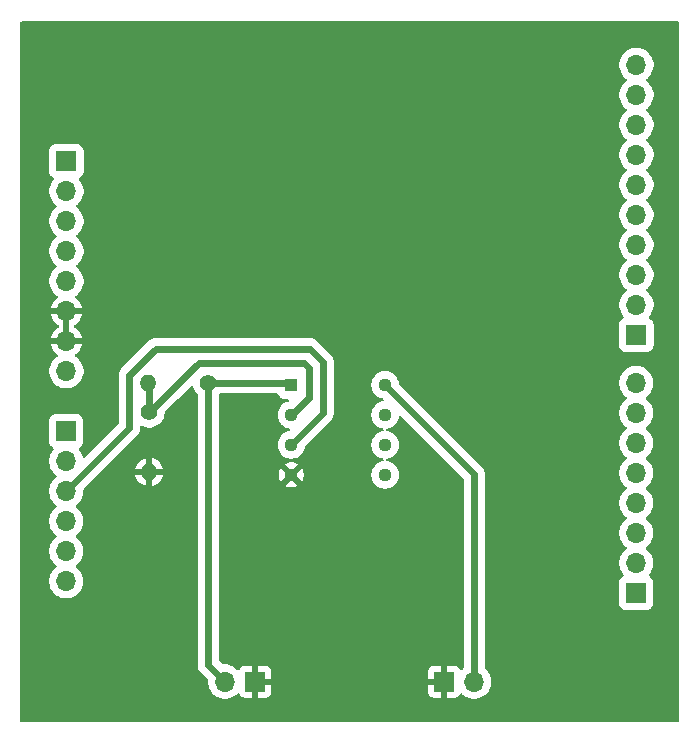
<source format=gbr>
%TF.GenerationSoftware,KiCad,Pcbnew,9.0.0*%
%TF.CreationDate,2025-03-04T19:19:51+01:00*%
%TF.ProjectId,ProgrammingBoard,50726f67-7261-46d6-9d69-6e67426f6172,rev?*%
%TF.SameCoordinates,Original*%
%TF.FileFunction,Copper,L2,Bot*%
%TF.FilePolarity,Positive*%
%FSLAX46Y46*%
G04 Gerber Fmt 4.6, Leading zero omitted, Abs format (unit mm)*
G04 Created by KiCad (PCBNEW 9.0.0) date 2025-03-04 19:19:51*
%MOMM*%
%LPD*%
G01*
G04 APERTURE LIST*
%TA.AperFunction,ComponentPad*%
%ADD10R,1.130000X1.130000*%
%TD*%
%TA.AperFunction,ComponentPad*%
%ADD11C,1.130000*%
%TD*%
%TA.AperFunction,ComponentPad*%
%ADD12C,1.400000*%
%TD*%
%TA.AperFunction,ComponentPad*%
%ADD13O,1.400000X1.400000*%
%TD*%
%TA.AperFunction,ComponentPad*%
%ADD14R,1.700000X1.700000*%
%TD*%
%TA.AperFunction,ComponentPad*%
%ADD15O,1.700000X1.700000*%
%TD*%
%TA.AperFunction,Conductor*%
%ADD16C,0.600000*%
%TD*%
G04 APERTURE END LIST*
D10*
%TO.P,U1,1*%
%TO.N,Net-(J2-Pin_2)*%
X172060000Y-105880000D03*
D11*
%TO.P,U1,2,-*%
%TO.N,Net-(U1A--)*%
X172060000Y-108420000D03*
%TO.P,U1,3,+*%
%TO.N,Analog OUT*%
X172060000Y-110960000D03*
%TO.P,U1,4,V-*%
%TO.N,GND*%
X172060000Y-113500000D03*
%TO.P,U1,5*%
%TO.N,N/C*%
X180000000Y-113500000D03*
%TO.P,U1,6*%
X180000000Y-110960000D03*
%TO.P,U1,7*%
X180000000Y-108420000D03*
%TO.P,U1,8,V+*%
%TO.N,Net-(J1-Pin_2)*%
X180000000Y-105880000D03*
%TD*%
D12*
%TO.P,R2,1*%
%TO.N,Net-(J2-Pin_2)*%
X165030000Y-105690000D03*
D13*
%TO.P,R2,2*%
%TO.N,Net-(U1A--)*%
X159950000Y-105690000D03*
%TD*%
D12*
%TO.P,R1,1*%
%TO.N,Net-(U1A--)*%
X160030000Y-108190000D03*
D13*
%TO.P,R1,2*%
%TO.N,GND*%
X160030000Y-113270000D03*
%TD*%
D14*
%TO.P,J6,1,Pin_1*%
%TO.N,unconnected-(J6-Pin_1-Pad1)*%
X153010000Y-86940000D03*
D15*
%TO.P,J6,2,Pin_2*%
%TO.N,unconnected-(J6-Pin_2-Pad2)*%
X153010000Y-89480000D03*
%TO.P,J6,3,Pin_3*%
%TO.N,unconnected-(J6-Pin_3-Pad3)*%
X153010000Y-92020000D03*
%TO.P,J6,4,Pin_4*%
%TO.N,unconnected-(J6-Pin_4-Pad4)*%
X153010000Y-94560000D03*
%TO.P,J6,5,Pin_5*%
%TO.N,unconnected-(J6-Pin_5-Pad5)*%
X153010000Y-97100000D03*
%TO.P,J6,6,Pin_6*%
%TO.N,GND*%
X153010000Y-99640000D03*
%TO.P,J6,7,Pin_7*%
X153010000Y-102180000D03*
%TO.P,J6,8,Pin_8*%
%TO.N,unconnected-(J6-Pin_8-Pad8)*%
X153010000Y-104720000D03*
%TD*%
D14*
%TO.P,J5,1,Pin_1*%
%TO.N,unconnected-(J5-Pin_1-Pad1)*%
X153000000Y-109800000D03*
D15*
%TO.P,J5,2,Pin_2*%
%TO.N,unconnected-(J5-Pin_2-Pad2)*%
X153000000Y-112340000D03*
%TO.P,J5,3,Pin_3*%
%TO.N,Analog OUT*%
X153000000Y-114880000D03*
%TO.P,J5,4,Pin_4*%
%TO.N,unconnected-(J5-Pin_4-Pad4)*%
X153000000Y-117420000D03*
%TO.P,J5,5,Pin_5*%
%TO.N,unconnected-(J5-Pin_5-Pad5)*%
X153000000Y-119960000D03*
%TO.P,J5,6,Pin_6*%
%TO.N,unconnected-(J5-Pin_6-Pad6)*%
X153000000Y-122500000D03*
%TD*%
D14*
%TO.P,J4,1,Pin_1*%
%TO.N,unconnected-(J4-Pin_1-Pad1)*%
X201270000Y-101640000D03*
D15*
%TO.P,J4,2,Pin_2*%
%TO.N,unconnected-(J4-Pin_2-Pad2)*%
X201270000Y-99100000D03*
%TO.P,J4,3,Pin_3*%
%TO.N,unconnected-(J4-Pin_3-Pad3)*%
X201270000Y-96560000D03*
%TO.P,J4,4,Pin_4*%
%TO.N,unconnected-(J4-Pin_4-Pad4)*%
X201270000Y-94020000D03*
%TO.P,J4,5,Pin_5*%
%TO.N,unconnected-(J4-Pin_5-Pad5)*%
X201270000Y-91480000D03*
%TO.P,J4,6,Pin_6*%
%TO.N,unconnected-(J4-Pin_6-Pad6)*%
X201270000Y-88940000D03*
%TO.P,J4,7,Pin_7*%
%TO.N,unconnected-(J4-Pin_7-Pad7)*%
X201270000Y-86400000D03*
%TO.P,J4,8,Pin_8*%
%TO.N,unconnected-(J4-Pin_8-Pad8)*%
X201270000Y-83860000D03*
%TO.P,J4,9,Pin_9*%
%TO.N,unconnected-(J4-Pin_9-Pad9)*%
X201270000Y-81320000D03*
%TO.P,J4,10,Pin_10*%
%TO.N,unconnected-(J4-Pin_10-Pad10)*%
X201270000Y-78780000D03*
%TD*%
D14*
%TO.P,J3,1,Pin_1*%
%TO.N,unconnected-(J3-Pin_1-Pad1)*%
X201260000Y-123480000D03*
D15*
%TO.P,J3,2,Pin_2*%
%TO.N,unconnected-(J3-Pin_2-Pad2)*%
X201260000Y-120940000D03*
%TO.P,J3,3,Pin_3*%
%TO.N,unconnected-(J3-Pin_3-Pad3)*%
X201260000Y-118400000D03*
%TO.P,J3,4,Pin_4*%
%TO.N,unconnected-(J3-Pin_4-Pad4)*%
X201260000Y-115860000D03*
%TO.P,J3,5,Pin_5*%
%TO.N,unconnected-(J3-Pin_5-Pad5)*%
X201260000Y-113320000D03*
%TO.P,J3,6,Pin_6*%
%TO.N,unconnected-(J3-Pin_6-Pad6)*%
X201260000Y-110780000D03*
%TO.P,J3,7,Pin_7*%
%TO.N,unconnected-(J3-Pin_7-Pad7)*%
X201260000Y-108240000D03*
%TO.P,J3,8,Pin_8*%
%TO.N,unconnected-(J3-Pin_8-Pad8)*%
X201260000Y-105700000D03*
%TD*%
D14*
%TO.P,J2,1,Pin_1*%
%TO.N,GND*%
X169000000Y-131000000D03*
D15*
%TO.P,J2,2,Pin_2*%
%TO.N,Net-(J2-Pin_2)*%
X166460000Y-131000000D03*
%TD*%
D14*
%TO.P,J1,1,Pin_1*%
%TO.N,GND*%
X185000000Y-131000000D03*
D15*
%TO.P,J1,2,Pin_2*%
%TO.N,Net-(J1-Pin_2)*%
X187540000Y-131000000D03*
%TD*%
D16*
%TO.N,Net-(J2-Pin_2)*%
X165030000Y-129570000D02*
X166460000Y-131000000D01*
X165030000Y-105690000D02*
X171870000Y-105690000D01*
X165030000Y-105690000D02*
X165030000Y-129570000D01*
%TO.N,Net-(U1A--)*%
X160030000Y-108190000D02*
X164220000Y-104000000D01*
X173526000Y-104414000D02*
X173526000Y-106954000D01*
X173526000Y-106954000D02*
X172060000Y-108420000D01*
X164220000Y-104000000D02*
X173112000Y-104000000D01*
X160030000Y-108190000D02*
X160030000Y-105770000D01*
X173112000Y-104000000D02*
X173526000Y-104414000D01*
%TO.N,Analog OUT*%
X174727000Y-108293000D02*
X174727000Y-103916530D01*
X172060000Y-110960000D02*
X174727000Y-108293000D01*
X174727000Y-103916530D02*
X173609470Y-102799000D01*
X158349000Y-109531000D02*
X153000000Y-114880000D01*
X160576844Y-102799000D02*
X158349000Y-105026844D01*
X173609470Y-102799000D02*
X160576844Y-102799000D01*
%TO.N,Net-(J1-Pin_2)*%
X180000000Y-105880000D02*
X187540000Y-113420000D01*
%TO.N,Analog OUT*%
X158349000Y-105026844D02*
X158349000Y-109531000D01*
%TO.N,Net-(J1-Pin_2)*%
X187540000Y-113420000D02*
X187540000Y-131000000D01*
%TO.N,Net-(J2-Pin_2)*%
X171870000Y-105690000D02*
X172060000Y-105880000D01*
%TO.N,Net-(U1A--)*%
X160030000Y-105770000D02*
X159950000Y-105690000D01*
%TD*%
%TA.AperFunction,Conductor*%
%TO.N,GND*%
G36*
X153260000Y-101746988D02*
G01*
X153202993Y-101714075D01*
X153075826Y-101680000D01*
X152944174Y-101680000D01*
X152817007Y-101714075D01*
X152760000Y-101746988D01*
X152760000Y-100073012D01*
X152817007Y-100105925D01*
X152944174Y-100140000D01*
X153075826Y-100140000D01*
X153202993Y-100105925D01*
X153260000Y-100073012D01*
X153260000Y-101746988D01*
G37*
%TD.AperFunction*%
%TA.AperFunction,Conductor*%
G36*
X204842539Y-75120185D02*
G01*
X204888294Y-75172989D01*
X204899500Y-75224500D01*
X204899500Y-134275500D01*
X204879815Y-134342539D01*
X204827011Y-134388294D01*
X204775500Y-134399500D01*
X149224500Y-134399500D01*
X149157461Y-134379815D01*
X149111706Y-134327011D01*
X149100500Y-134275500D01*
X149100500Y-108910645D01*
X151549500Y-108910645D01*
X151549500Y-110689363D01*
X151564953Y-110806753D01*
X151564956Y-110806762D01*
X151625464Y-110952841D01*
X151721718Y-111078282D01*
X151847159Y-111174536D01*
X151847160Y-111174536D01*
X151847161Y-111174537D01*
X151864495Y-111181717D01*
X151918899Y-111225558D01*
X151940964Y-111291852D01*
X151923685Y-111359551D01*
X151904727Y-111383956D01*
X151893622Y-111395061D01*
X151759421Y-111579771D01*
X151655770Y-111783196D01*
X151585215Y-112000339D01*
X151549500Y-112225837D01*
X151549500Y-112454162D01*
X151585215Y-112679660D01*
X151655770Y-112896803D01*
X151759421Y-113100228D01*
X151893621Y-113284937D01*
X152055063Y-113446379D01*
X152055069Y-113446383D01*
X152142191Y-113509683D01*
X152184857Y-113565013D01*
X152190835Y-113634627D01*
X152158228Y-113696421D01*
X152142191Y-113710317D01*
X152055069Y-113773616D01*
X152055060Y-113773623D01*
X151893622Y-113935061D01*
X151759421Y-114119771D01*
X151655770Y-114323196D01*
X151585215Y-114540339D01*
X151549500Y-114765837D01*
X151549500Y-114994162D01*
X151585215Y-115219660D01*
X151655770Y-115436803D01*
X151698335Y-115520340D01*
X151759421Y-115640228D01*
X151893621Y-115824937D01*
X152055063Y-115986379D01*
X152055069Y-115986383D01*
X152142191Y-116049683D01*
X152184857Y-116105013D01*
X152190835Y-116174627D01*
X152158228Y-116236421D01*
X152142191Y-116250317D01*
X152055069Y-116313616D01*
X152055060Y-116313623D01*
X151893622Y-116475061D01*
X151759421Y-116659771D01*
X151655770Y-116863196D01*
X151585215Y-117080339D01*
X151549500Y-117305837D01*
X151549500Y-117534162D01*
X151585215Y-117759660D01*
X151655770Y-117976803D01*
X151698335Y-118060340D01*
X151759421Y-118180228D01*
X151893621Y-118364937D01*
X152055063Y-118526379D01*
X152055069Y-118526383D01*
X152142191Y-118589683D01*
X152184857Y-118645013D01*
X152190835Y-118714627D01*
X152158228Y-118776421D01*
X152142191Y-118790317D01*
X152055069Y-118853616D01*
X152055060Y-118853623D01*
X151893622Y-119015061D01*
X151759421Y-119199771D01*
X151655770Y-119403196D01*
X151585215Y-119620339D01*
X151549500Y-119845837D01*
X151549500Y-120074162D01*
X151585215Y-120299660D01*
X151655770Y-120516803D01*
X151698335Y-120600340D01*
X151759421Y-120720228D01*
X151893621Y-120904937D01*
X152055063Y-121066379D01*
X152055069Y-121066383D01*
X152142191Y-121129683D01*
X152184857Y-121185013D01*
X152190835Y-121254627D01*
X152158228Y-121316421D01*
X152142191Y-121330317D01*
X152055069Y-121393616D01*
X152055060Y-121393623D01*
X151893622Y-121555061D01*
X151759421Y-121739771D01*
X151655770Y-121943196D01*
X151585215Y-122160339D01*
X151549500Y-122385837D01*
X151549500Y-122614162D01*
X151585215Y-122839660D01*
X151655770Y-123056803D01*
X151759421Y-123260228D01*
X151893621Y-123444937D01*
X152055063Y-123606379D01*
X152239772Y-123740579D01*
X152335884Y-123789550D01*
X152443196Y-123844229D01*
X152443198Y-123844229D01*
X152443201Y-123844231D01*
X152559592Y-123882049D01*
X152660339Y-123914784D01*
X152885838Y-123950500D01*
X152885843Y-123950500D01*
X153114162Y-123950500D01*
X153339660Y-123914784D01*
X153556799Y-123844231D01*
X153760228Y-123740579D01*
X153944937Y-123606379D01*
X154106379Y-123444937D01*
X154240579Y-123260228D01*
X154344231Y-123056799D01*
X154414784Y-122839660D01*
X154450500Y-122614162D01*
X154450500Y-122385837D01*
X154414784Y-122160339D01*
X154371477Y-122027055D01*
X154344231Y-121943201D01*
X154344229Y-121943198D01*
X154344229Y-121943196D01*
X154240578Y-121739771D01*
X154211848Y-121700228D01*
X154106379Y-121555063D01*
X153944937Y-121393621D01*
X153857807Y-121330317D01*
X153815143Y-121274988D01*
X153809164Y-121205374D01*
X153841770Y-121143579D01*
X153857807Y-121129683D01*
X153944937Y-121066379D01*
X154106379Y-120904937D01*
X154240579Y-120720228D01*
X154344231Y-120516799D01*
X154414784Y-120299660D01*
X154450500Y-120074162D01*
X154450500Y-119845837D01*
X154414784Y-119620339D01*
X154344229Y-119403196D01*
X154240578Y-119199771D01*
X154211848Y-119160228D01*
X154106379Y-119015063D01*
X153944937Y-118853621D01*
X153857807Y-118790317D01*
X153815143Y-118734988D01*
X153809164Y-118665374D01*
X153841770Y-118603579D01*
X153857807Y-118589683D01*
X153944937Y-118526379D01*
X154106379Y-118364937D01*
X154240579Y-118180228D01*
X154344231Y-117976799D01*
X154414784Y-117759660D01*
X154450500Y-117534162D01*
X154450500Y-117305837D01*
X154414784Y-117080339D01*
X154344229Y-116863196D01*
X154240578Y-116659771D01*
X154211848Y-116620228D01*
X154106379Y-116475063D01*
X153944937Y-116313621D01*
X153857807Y-116250317D01*
X153815143Y-116194988D01*
X153809164Y-116125374D01*
X153841770Y-116063579D01*
X153857807Y-116049683D01*
X153944937Y-115986379D01*
X154106379Y-115824937D01*
X154240579Y-115640228D01*
X154344231Y-115436799D01*
X154414784Y-115219660D01*
X154450500Y-114994162D01*
X154450500Y-114765854D01*
X154450500Y-114765843D01*
X154450498Y-114765832D01*
X154450400Y-114764586D01*
X154450500Y-114764109D01*
X154450500Y-114760971D01*
X154451159Y-114760971D01*
X154464756Y-114696207D01*
X154486333Y-114667165D01*
X155633498Y-113520000D01*
X158854638Y-113520000D01*
X158859548Y-113551002D01*
X158917914Y-113730637D01*
X159003670Y-113898940D01*
X159114685Y-114051741D01*
X159114689Y-114051746D01*
X159248253Y-114185310D01*
X159248258Y-114185314D01*
X159401059Y-114296329D01*
X159569362Y-114382085D01*
X159748997Y-114440451D01*
X159780000Y-114445362D01*
X159780000Y-114445361D01*
X160280000Y-114445361D01*
X160311002Y-114440451D01*
X160490637Y-114382085D01*
X160658940Y-114296329D01*
X160811741Y-114185314D01*
X160811746Y-114185310D01*
X160945310Y-114051746D01*
X160945314Y-114051741D01*
X161056329Y-113898940D01*
X161142085Y-113730637D01*
X161200451Y-113551002D01*
X161205362Y-113520000D01*
X160280000Y-113520000D01*
X160280000Y-114445361D01*
X159780000Y-114445361D01*
X159780000Y-113520000D01*
X158854638Y-113520000D01*
X155633498Y-113520000D01*
X155929576Y-113223922D01*
X159680000Y-113223922D01*
X159680000Y-113316078D01*
X159703852Y-113405095D01*
X159749930Y-113484905D01*
X159815095Y-113550070D01*
X159894905Y-113596148D01*
X159983922Y-113620000D01*
X160076078Y-113620000D01*
X160165095Y-113596148D01*
X160244905Y-113550070D01*
X160310070Y-113484905D01*
X160356148Y-113405095D01*
X160380000Y-113316078D01*
X160380000Y-113223922D01*
X160356148Y-113134905D01*
X160310070Y-113055095D01*
X160274975Y-113020000D01*
X160280000Y-113020000D01*
X161205362Y-113020000D01*
X161200451Y-112988997D01*
X161142085Y-112809362D01*
X161056329Y-112641059D01*
X160945314Y-112488258D01*
X160945310Y-112488253D01*
X160811746Y-112354689D01*
X160811741Y-112354685D01*
X160658940Y-112243670D01*
X160490635Y-112157913D01*
X160311004Y-112099549D01*
X160310995Y-112099547D01*
X160280000Y-112094637D01*
X160280000Y-113020000D01*
X160274975Y-113020000D01*
X160244905Y-112989930D01*
X160165095Y-112943852D01*
X160076078Y-112920000D01*
X159983922Y-112920000D01*
X159894905Y-112943852D01*
X159815095Y-112989930D01*
X159749930Y-113055095D01*
X159703852Y-113134905D01*
X159680000Y-113223922D01*
X155929576Y-113223922D01*
X156133498Y-113020000D01*
X158854638Y-113020000D01*
X159780000Y-113020000D01*
X159780000Y-112094637D01*
X159779999Y-112094637D01*
X159749004Y-112099547D01*
X159748995Y-112099549D01*
X159569364Y-112157913D01*
X159401059Y-112243670D01*
X159248258Y-112354685D01*
X159248253Y-112354689D01*
X159114689Y-112488253D01*
X159114685Y-112488258D01*
X159003670Y-112641059D01*
X158917914Y-112809362D01*
X158859548Y-112988997D01*
X158854638Y-113020000D01*
X156133498Y-113020000D01*
X159048463Y-110105036D01*
X159048464Y-110105035D01*
X159147013Y-109957547D01*
X159214894Y-109793666D01*
X159217107Y-109782544D01*
X159249499Y-109619695D01*
X159249500Y-109619693D01*
X159249500Y-109454249D01*
X159269185Y-109387210D01*
X159321989Y-109341455D01*
X159391147Y-109331511D01*
X159429793Y-109343764D01*
X159476769Y-109367699D01*
X159530774Y-109395217D01*
X159530777Y-109395217D01*
X159530781Y-109395220D01*
X159665245Y-109438910D01*
X159725465Y-109458477D01*
X159826557Y-109474488D01*
X159927648Y-109490500D01*
X159927649Y-109490500D01*
X160132351Y-109490500D01*
X160132352Y-109490500D01*
X160334534Y-109458477D01*
X160529219Y-109395220D01*
X160711610Y-109302287D01*
X160860218Y-109194318D01*
X160877213Y-109181971D01*
X160877215Y-109181968D01*
X160877219Y-109181966D01*
X161021966Y-109037219D01*
X161021968Y-109037215D01*
X161021971Y-109037213D01*
X161074732Y-108964590D01*
X161142287Y-108871610D01*
X161235220Y-108689219D01*
X161298477Y-108494534D01*
X161330500Y-108292352D01*
X161330500Y-108214362D01*
X161350185Y-108147323D01*
X161366819Y-108126681D01*
X162451063Y-107042437D01*
X163554127Y-105939372D01*
X163615448Y-105905889D01*
X163685140Y-105910873D01*
X163741073Y-105952745D01*
X163758731Y-105990317D01*
X163760017Y-105989900D01*
X163824781Y-106189223D01*
X163917715Y-106371613D01*
X164038028Y-106537213D01*
X164093181Y-106592366D01*
X164126666Y-106653689D01*
X164129500Y-106680047D01*
X164129500Y-129658696D01*
X164164103Y-129832658D01*
X164164105Y-129832666D01*
X164187429Y-129888976D01*
X164187433Y-129888985D01*
X164189354Y-129893621D01*
X164231987Y-129996547D01*
X164273562Y-130058768D01*
X164313340Y-130118301D01*
X164330537Y-130144038D01*
X164330538Y-130144039D01*
X164973662Y-130787162D01*
X165007147Y-130848485D01*
X165009358Y-130880971D01*
X165009500Y-130880971D01*
X165009500Y-130883061D01*
X165009601Y-130884546D01*
X165009500Y-130885832D01*
X165009500Y-131114162D01*
X165045215Y-131339660D01*
X165115770Y-131556803D01*
X165219421Y-131760228D01*
X165353621Y-131944937D01*
X165515063Y-132106379D01*
X165699772Y-132240579D01*
X165795884Y-132289550D01*
X165903196Y-132344229D01*
X165903198Y-132344229D01*
X165903201Y-132344231D01*
X166019592Y-132382049D01*
X166120339Y-132414784D01*
X166345838Y-132450500D01*
X166345843Y-132450500D01*
X166574162Y-132450500D01*
X166799660Y-132414784D01*
X167016799Y-132344231D01*
X167220228Y-132240579D01*
X167404937Y-132106379D01*
X167492135Y-132019180D01*
X167553454Y-131985698D01*
X167623146Y-131990682D01*
X167679080Y-132032553D01*
X167695995Y-132063531D01*
X167706645Y-132092086D01*
X167706649Y-132092093D01*
X167792809Y-132207187D01*
X167792812Y-132207190D01*
X167907906Y-132293350D01*
X167907913Y-132293354D01*
X168042620Y-132343596D01*
X168042627Y-132343598D01*
X168102155Y-132349999D01*
X168102172Y-132350000D01*
X168750000Y-132350000D01*
X168750000Y-131433012D01*
X168807007Y-131465925D01*
X168934174Y-131500000D01*
X169065826Y-131500000D01*
X169192993Y-131465925D01*
X169250000Y-131433012D01*
X169250000Y-132350000D01*
X169897828Y-132350000D01*
X169897844Y-132349999D01*
X169957372Y-132343598D01*
X169957379Y-132343596D01*
X170092086Y-132293354D01*
X170092093Y-132293350D01*
X170207187Y-132207190D01*
X170207190Y-132207187D01*
X170293350Y-132092093D01*
X170293354Y-132092086D01*
X170343596Y-131957379D01*
X170343598Y-131957372D01*
X170349999Y-131897844D01*
X170350000Y-131897827D01*
X170350000Y-131250000D01*
X169433012Y-131250000D01*
X169465925Y-131192993D01*
X169500000Y-131065826D01*
X169500000Y-130934174D01*
X169465925Y-130807007D01*
X169433012Y-130750000D01*
X170350000Y-130750000D01*
X170350000Y-130102172D01*
X170349999Y-130102155D01*
X170343598Y-130042627D01*
X170343596Y-130042620D01*
X170293354Y-129907913D01*
X170293350Y-129907906D01*
X170207190Y-129792812D01*
X170207187Y-129792809D01*
X170092093Y-129706649D01*
X170092086Y-129706645D01*
X169957379Y-129656403D01*
X169957372Y-129656401D01*
X169897844Y-129650000D01*
X169250000Y-129650000D01*
X169250000Y-130566988D01*
X169192993Y-130534075D01*
X169065826Y-130500000D01*
X168934174Y-130500000D01*
X168807007Y-130534075D01*
X168750000Y-130566988D01*
X168750000Y-129650000D01*
X168102155Y-129650000D01*
X168042627Y-129656401D01*
X168042620Y-129656403D01*
X167907913Y-129706645D01*
X167907906Y-129706649D01*
X167792812Y-129792809D01*
X167792809Y-129792812D01*
X167706649Y-129907906D01*
X167706643Y-129907918D01*
X167695994Y-129936469D01*
X167654123Y-129992403D01*
X167588658Y-130016819D01*
X167520385Y-130001967D01*
X167492132Y-129980816D01*
X167404939Y-129893623D01*
X167404938Y-129893622D01*
X167404937Y-129893621D01*
X167220228Y-129759421D01*
X167016803Y-129655770D01*
X166799660Y-129585215D01*
X166574162Y-129549500D01*
X166574157Y-129549500D01*
X166345843Y-129549500D01*
X166345833Y-129549500D01*
X166344546Y-129549601D01*
X166344066Y-129549500D01*
X166340971Y-129549500D01*
X166340971Y-129548849D01*
X166276172Y-129535223D01*
X166247162Y-129513662D01*
X165966819Y-129233319D01*
X165933334Y-129171996D01*
X165930500Y-129145638D01*
X165930500Y-113395102D01*
X170995000Y-113395102D01*
X170995000Y-113604897D01*
X171035925Y-113810641D01*
X171035927Y-113810649D01*
X171116207Y-114004464D01*
X171150563Y-114055882D01*
X171670000Y-113536445D01*
X171670000Y-113551344D01*
X171696578Y-113650534D01*
X171747923Y-113739465D01*
X171820535Y-113812077D01*
X171909466Y-113863422D01*
X172008656Y-113890000D01*
X172023553Y-113890000D01*
X171504116Y-114409434D01*
X171504117Y-114409435D01*
X171555528Y-114443788D01*
X171555534Y-114443791D01*
X171749350Y-114524072D01*
X171749358Y-114524074D01*
X171955102Y-114564999D01*
X171955106Y-114565000D01*
X172164894Y-114565000D01*
X172164897Y-114564999D01*
X172370641Y-114524074D01*
X172370649Y-114524072D01*
X172564465Y-114443791D01*
X172564473Y-114443787D01*
X172615881Y-114409435D01*
X172615882Y-114409434D01*
X172096448Y-113890000D01*
X172111344Y-113890000D01*
X172210534Y-113863422D01*
X172299465Y-113812077D01*
X172372077Y-113739465D01*
X172423422Y-113650534D01*
X172450000Y-113551344D01*
X172450000Y-113536448D01*
X172969434Y-114055882D01*
X172969435Y-114055881D01*
X173003787Y-114004473D01*
X173003791Y-114004465D01*
X173084072Y-113810649D01*
X173084074Y-113810641D01*
X173124999Y-113604897D01*
X173125000Y-113604894D01*
X173125000Y-113395106D01*
X173124999Y-113395102D01*
X173084074Y-113189358D01*
X173084072Y-113189350D01*
X173003791Y-112995534D01*
X173003788Y-112995528D01*
X172969435Y-112944117D01*
X172969434Y-112944116D01*
X172450000Y-113463551D01*
X172450000Y-113448656D01*
X172423422Y-113349466D01*
X172372077Y-113260535D01*
X172299465Y-113187923D01*
X172210534Y-113136578D01*
X172111344Y-113110000D01*
X172096447Y-113110000D01*
X172615882Y-112590563D01*
X172564464Y-112556207D01*
X172370649Y-112475927D01*
X172370641Y-112475925D01*
X172164897Y-112435000D01*
X171955102Y-112435000D01*
X171749358Y-112475925D01*
X171749350Y-112475927D01*
X171555535Y-112556207D01*
X171555532Y-112556209D01*
X171504117Y-112590564D01*
X172023554Y-113110000D01*
X172008656Y-113110000D01*
X171909466Y-113136578D01*
X171820535Y-113187923D01*
X171747923Y-113260535D01*
X171696578Y-113349466D01*
X171670000Y-113448656D01*
X171670000Y-113463553D01*
X171150564Y-112944117D01*
X171116209Y-112995532D01*
X171116207Y-112995535D01*
X171035927Y-113189350D01*
X171035925Y-113189358D01*
X170995000Y-113395102D01*
X165930500Y-113395102D01*
X165930500Y-106714500D01*
X165950185Y-106647461D01*
X166002989Y-106601706D01*
X166054500Y-106590500D01*
X170822437Y-106590500D01*
X170889476Y-106610185D01*
X170935231Y-106662989D01*
X170936997Y-106667045D01*
X170970464Y-106747841D01*
X171066718Y-106873282D01*
X171192159Y-106969536D01*
X171338238Y-107030044D01*
X171455639Y-107045500D01*
X171735736Y-107045499D01*
X171802773Y-107065183D01*
X171848528Y-107117987D01*
X171858472Y-107187146D01*
X171829447Y-107250701D01*
X171774053Y-107287430D01*
X171612598Y-107339890D01*
X171449141Y-107423177D01*
X171300734Y-107531000D01*
X171300729Y-107531004D01*
X171171004Y-107660729D01*
X171171000Y-107660734D01*
X171063177Y-107809141D01*
X170979890Y-107972600D01*
X170923197Y-108147081D01*
X170894500Y-108328267D01*
X170894500Y-108511732D01*
X170922612Y-108689223D01*
X170923198Y-108692922D01*
X170979889Y-108867397D01*
X171001922Y-108910640D01*
X171063177Y-109030858D01*
X171171000Y-109179265D01*
X171171004Y-109179270D01*
X171300729Y-109308995D01*
X171300734Y-109308999D01*
X171408383Y-109387210D01*
X171449145Y-109416825D01*
X171612603Y-109500111D01*
X171787078Y-109556802D01*
X171820431Y-109562084D01*
X171854791Y-109567527D01*
X171917926Y-109597456D01*
X171954857Y-109656768D01*
X171953859Y-109726630D01*
X171915249Y-109784863D01*
X171854791Y-109812473D01*
X171787081Y-109823197D01*
X171612600Y-109879890D01*
X171449143Y-109963176D01*
X171300734Y-110071000D01*
X171300729Y-110071004D01*
X171171004Y-110200729D01*
X171171000Y-110200734D01*
X171063177Y-110349141D01*
X170979890Y-110512600D01*
X170923197Y-110687081D01*
X170894500Y-110868267D01*
X170894500Y-111051732D01*
X170923197Y-111232918D01*
X170923198Y-111232922D01*
X170975881Y-111395063D01*
X170979890Y-111407399D01*
X171063177Y-111570858D01*
X171171000Y-111719265D01*
X171171004Y-111719270D01*
X171300729Y-111848995D01*
X171300734Y-111848999D01*
X171430183Y-111943048D01*
X171449145Y-111956825D01*
X171612603Y-112040111D01*
X171787078Y-112096802D01*
X171854794Y-112107527D01*
X171968268Y-112125500D01*
X171968273Y-112125500D01*
X172151732Y-112125500D01*
X172252390Y-112109556D01*
X172332922Y-112096802D01*
X172507397Y-112040111D01*
X172670855Y-111956825D01*
X172819272Y-111848994D01*
X172948994Y-111719272D01*
X173056825Y-111570855D01*
X173140111Y-111407397D01*
X173196802Y-111232922D01*
X173216135Y-111110852D01*
X173246062Y-111047721D01*
X173250908Y-111042590D01*
X175426464Y-108867035D01*
X175460038Y-108816788D01*
X175525013Y-108719547D01*
X175554997Y-108647159D01*
X175592895Y-108555666D01*
X175627500Y-108381691D01*
X175627500Y-108204308D01*
X175627500Y-105788267D01*
X178834500Y-105788267D01*
X178834500Y-105971732D01*
X178860325Y-106134784D01*
X178863198Y-106152922D01*
X178896951Y-106256803D01*
X178919890Y-106327399D01*
X179003177Y-106490858D01*
X179111000Y-106639265D01*
X179111004Y-106639270D01*
X179240729Y-106768995D01*
X179240734Y-106768999D01*
X179370183Y-106863048D01*
X179389145Y-106876825D01*
X179483719Y-106925013D01*
X179552598Y-106960109D01*
X179552600Y-106960109D01*
X179552603Y-106960111D01*
X179653382Y-106992856D01*
X179727071Y-107016800D01*
X179727072Y-107016800D01*
X179727078Y-107016802D01*
X179794795Y-107027526D01*
X179857926Y-107057454D01*
X179894858Y-107116765D01*
X179893862Y-107186628D01*
X179855253Y-107244861D01*
X179794794Y-107272472D01*
X179727080Y-107283197D01*
X179552600Y-107339890D01*
X179389141Y-107423177D01*
X179240734Y-107531000D01*
X179240729Y-107531004D01*
X179111004Y-107660729D01*
X179111000Y-107660734D01*
X179003177Y-107809141D01*
X178919890Y-107972600D01*
X178863197Y-108147081D01*
X178834500Y-108328267D01*
X178834500Y-108511732D01*
X178862612Y-108689223D01*
X178863198Y-108692922D01*
X178919889Y-108867397D01*
X178941922Y-108910640D01*
X179003177Y-109030858D01*
X179111000Y-109179265D01*
X179111004Y-109179270D01*
X179240729Y-109308995D01*
X179240734Y-109308999D01*
X179348383Y-109387210D01*
X179389145Y-109416825D01*
X179552603Y-109500111D01*
X179727078Y-109556802D01*
X179760431Y-109562084D01*
X179794791Y-109567527D01*
X179857926Y-109597456D01*
X179894857Y-109656768D01*
X179893859Y-109726630D01*
X179855249Y-109784863D01*
X179794791Y-109812473D01*
X179727081Y-109823197D01*
X179552600Y-109879890D01*
X179389143Y-109963176D01*
X179240734Y-110071000D01*
X179240729Y-110071004D01*
X179111004Y-110200729D01*
X179111000Y-110200734D01*
X179003177Y-110349141D01*
X178919890Y-110512600D01*
X178863197Y-110687081D01*
X178834500Y-110868267D01*
X178834500Y-111051732D01*
X178863197Y-111232918D01*
X178863198Y-111232922D01*
X178915881Y-111395063D01*
X178919890Y-111407399D01*
X179003177Y-111570858D01*
X179111000Y-111719265D01*
X179111004Y-111719270D01*
X179240729Y-111848995D01*
X179240734Y-111848999D01*
X179370183Y-111943048D01*
X179389145Y-111956825D01*
X179552603Y-112040111D01*
X179727078Y-112096802D01*
X179760431Y-112102084D01*
X179794791Y-112107527D01*
X179857926Y-112137456D01*
X179894857Y-112196768D01*
X179893859Y-112266630D01*
X179855249Y-112324863D01*
X179794791Y-112352473D01*
X179727081Y-112363197D01*
X179552600Y-112419890D01*
X179389141Y-112503177D01*
X179240734Y-112611000D01*
X179240729Y-112611004D01*
X179111004Y-112740729D01*
X179111000Y-112740734D01*
X179003177Y-112889141D01*
X178919890Y-113052600D01*
X178863197Y-113227081D01*
X178834500Y-113408267D01*
X178834500Y-113591732D01*
X178863197Y-113772918D01*
X178863198Y-113772922D01*
X178919889Y-113947397D01*
X178975164Y-114055881D01*
X179003177Y-114110858D01*
X179111000Y-114259265D01*
X179111004Y-114259270D01*
X179240729Y-114388995D01*
X179240734Y-114388999D01*
X179318312Y-114445362D01*
X179389145Y-114496825D01*
X179552603Y-114580111D01*
X179727078Y-114636802D01*
X179795026Y-114647563D01*
X179908268Y-114665500D01*
X179908273Y-114665500D01*
X180091732Y-114665500D01*
X180192390Y-114649556D01*
X180272922Y-114636802D01*
X180447397Y-114580111D01*
X180610855Y-114496825D01*
X180759272Y-114388994D01*
X180888994Y-114259272D01*
X180996825Y-114110855D01*
X181080111Y-113947397D01*
X181136802Y-113772922D01*
X181156186Y-113650534D01*
X181165500Y-113591732D01*
X181165500Y-113408267D01*
X181136802Y-113227081D01*
X181136802Y-113227078D01*
X181080111Y-113052603D01*
X180996825Y-112889145D01*
X180965453Y-112845965D01*
X180888999Y-112740734D01*
X180888995Y-112740729D01*
X180759270Y-112611004D01*
X180759265Y-112611000D01*
X180610858Y-112503177D01*
X180610857Y-112503176D01*
X180610855Y-112503175D01*
X180447397Y-112419889D01*
X180272922Y-112363198D01*
X180272920Y-112363197D01*
X180272918Y-112363197D01*
X180205208Y-112352473D01*
X180142073Y-112322544D01*
X180105142Y-112263232D01*
X180106140Y-112193370D01*
X180144750Y-112135137D01*
X180205208Y-112107527D01*
X180228451Y-112103845D01*
X180272922Y-112096802D01*
X180447397Y-112040111D01*
X180610855Y-111956825D01*
X180759272Y-111848994D01*
X180888994Y-111719272D01*
X180996825Y-111570855D01*
X181080111Y-111407397D01*
X181136802Y-111232922D01*
X181156135Y-111110857D01*
X181165500Y-111051732D01*
X181165500Y-110868267D01*
X181137165Y-110689370D01*
X181136802Y-110687078D01*
X181080111Y-110512603D01*
X180996825Y-110349145D01*
X180905318Y-110223196D01*
X180888999Y-110200734D01*
X180888995Y-110200729D01*
X180759270Y-110071004D01*
X180759265Y-110071000D01*
X180610857Y-109963176D01*
X180447399Y-109879890D01*
X180447398Y-109879889D01*
X180447397Y-109879889D01*
X180272922Y-109823198D01*
X180272920Y-109823197D01*
X180272918Y-109823197D01*
X180205208Y-109812473D01*
X180142073Y-109782544D01*
X180105142Y-109723232D01*
X180106140Y-109653370D01*
X180144750Y-109595137D01*
X180205208Y-109567527D01*
X180228451Y-109563845D01*
X180272922Y-109556802D01*
X180447397Y-109500111D01*
X180610855Y-109416825D01*
X180759272Y-109308994D01*
X180888994Y-109179272D01*
X180996825Y-109030855D01*
X181080111Y-108867397D01*
X181136802Y-108692922D01*
X181137389Y-108689219D01*
X181153781Y-108585719D01*
X181183710Y-108522584D01*
X181243021Y-108485652D01*
X181312884Y-108486650D01*
X181363935Y-108517435D01*
X186603181Y-113756680D01*
X186636666Y-113818003D01*
X186639500Y-113844361D01*
X186639500Y-129798503D01*
X186630794Y-129828148D01*
X186624118Y-129858320D01*
X186620705Y-129862508D01*
X186619815Y-129865542D01*
X186602866Y-129886498D01*
X186597406Y-129891917D01*
X186595063Y-129893621D01*
X186507868Y-129980816D01*
X186507552Y-129981130D01*
X186477043Y-129997647D01*
X186446543Y-130014301D01*
X186446313Y-130014284D01*
X186446109Y-130014395D01*
X186411577Y-130011800D01*
X186376852Y-130009317D01*
X186376665Y-130009177D01*
X186376436Y-130009160D01*
X186348831Y-129988340D01*
X186320918Y-129967445D01*
X186320773Y-129967179D01*
X186320653Y-129967089D01*
X186320505Y-129966690D01*
X186304004Y-129936467D01*
X186293355Y-129907915D01*
X186293350Y-129907906D01*
X186207190Y-129792812D01*
X186207187Y-129792809D01*
X186092093Y-129706649D01*
X186092086Y-129706645D01*
X185957379Y-129656403D01*
X185957372Y-129656401D01*
X185897844Y-129650000D01*
X185250000Y-129650000D01*
X185250000Y-130566988D01*
X185192993Y-130534075D01*
X185065826Y-130500000D01*
X184934174Y-130500000D01*
X184807007Y-130534075D01*
X184750000Y-130566988D01*
X184750000Y-129650000D01*
X184102155Y-129650000D01*
X184042627Y-129656401D01*
X184042620Y-129656403D01*
X183907913Y-129706645D01*
X183907906Y-129706649D01*
X183792812Y-129792809D01*
X183792809Y-129792812D01*
X183706649Y-129907906D01*
X183706645Y-129907913D01*
X183656403Y-130042620D01*
X183656401Y-130042627D01*
X183650000Y-130102155D01*
X183650000Y-130750000D01*
X184566988Y-130750000D01*
X184534075Y-130807007D01*
X184500000Y-130934174D01*
X184500000Y-131065826D01*
X184534075Y-131192993D01*
X184566988Y-131250000D01*
X183650000Y-131250000D01*
X183650000Y-131897844D01*
X183656401Y-131957372D01*
X183656403Y-131957379D01*
X183706645Y-132092086D01*
X183706649Y-132092093D01*
X183792809Y-132207187D01*
X183792812Y-132207190D01*
X183907906Y-132293350D01*
X183907913Y-132293354D01*
X184042620Y-132343596D01*
X184042627Y-132343598D01*
X184102155Y-132349999D01*
X184102172Y-132350000D01*
X184750000Y-132350000D01*
X184750000Y-131433012D01*
X184807007Y-131465925D01*
X184934174Y-131500000D01*
X185065826Y-131500000D01*
X185192993Y-131465925D01*
X185250000Y-131433012D01*
X185250000Y-132350000D01*
X185897828Y-132350000D01*
X185897844Y-132349999D01*
X185957372Y-132343598D01*
X185957379Y-132343596D01*
X186092086Y-132293354D01*
X186092093Y-132293350D01*
X186207187Y-132207190D01*
X186207190Y-132207187D01*
X186293350Y-132092093D01*
X186293353Y-132092088D01*
X186304003Y-132063533D01*
X186345873Y-132007599D01*
X186411337Y-131983180D01*
X186479610Y-131998030D01*
X186507867Y-132019183D01*
X186595063Y-132106379D01*
X186779772Y-132240579D01*
X186875884Y-132289550D01*
X186983196Y-132344229D01*
X186983198Y-132344229D01*
X186983201Y-132344231D01*
X187099592Y-132382049D01*
X187200339Y-132414784D01*
X187425838Y-132450500D01*
X187425843Y-132450500D01*
X187654162Y-132450500D01*
X187879660Y-132414784D01*
X188096799Y-132344231D01*
X188300228Y-132240579D01*
X188484937Y-132106379D01*
X188646379Y-131944937D01*
X188780579Y-131760228D01*
X188884231Y-131556799D01*
X188954784Y-131339660D01*
X188978014Y-131192993D01*
X188990500Y-131114162D01*
X188990500Y-130885837D01*
X188954784Y-130660339D01*
X188884229Y-130443196D01*
X188780578Y-130239771D01*
X188711024Y-130144039D01*
X188646379Y-130055063D01*
X188484937Y-129893621D01*
X188484935Y-129893620D01*
X188483958Y-129892785D01*
X188483689Y-129892373D01*
X188481492Y-129890176D01*
X188481953Y-129889714D01*
X188445771Y-129834273D01*
X188440500Y-129798503D01*
X188440500Y-113331306D01*
X188440499Y-113331304D01*
X188405896Y-113157341D01*
X188405893Y-113157332D01*
X188338016Y-112993459D01*
X188338009Y-112993446D01*
X188239465Y-112845966D01*
X188202861Y-112809362D01*
X188114035Y-112720536D01*
X181190926Y-105797426D01*
X181180760Y-105778809D01*
X181166621Y-105762992D01*
X181159403Y-105739696D01*
X181157441Y-105736103D01*
X181156162Y-105729317D01*
X181136802Y-105607078D01*
X181129900Y-105585837D01*
X199809500Y-105585837D01*
X199809500Y-105814162D01*
X199845215Y-106039660D01*
X199915770Y-106256803D01*
X200019421Y-106460228D01*
X200153621Y-106644937D01*
X200315063Y-106806379D01*
X200315069Y-106806383D01*
X200402191Y-106869683D01*
X200444857Y-106925013D01*
X200450835Y-106994627D01*
X200418228Y-107056421D01*
X200402191Y-107070317D01*
X200315069Y-107133616D01*
X200315060Y-107133623D01*
X200153622Y-107295061D01*
X200019421Y-107479771D01*
X199915770Y-107683196D01*
X199845215Y-107900339D01*
X199809500Y-108125837D01*
X199809500Y-108354162D01*
X199845215Y-108579660D01*
X199915770Y-108796803D01*
X199973776Y-108910645D01*
X200019421Y-109000228D01*
X200153621Y-109184937D01*
X200315063Y-109346379D01*
X200315069Y-109346383D01*
X200402191Y-109409683D01*
X200444857Y-109465013D01*
X200450835Y-109534627D01*
X200418228Y-109596421D01*
X200402191Y-109610317D01*
X200315069Y-109673616D01*
X200315060Y-109673623D01*
X200153622Y-109835061D01*
X200019421Y-110019771D01*
X199915770Y-110223196D01*
X199845215Y-110440339D01*
X199809500Y-110665837D01*
X199809500Y-110894162D01*
X199845215Y-111119660D01*
X199915770Y-111336803D01*
X199951740Y-111407397D01*
X200019421Y-111540228D01*
X200153621Y-111724937D01*
X200315063Y-111886379D01*
X200315069Y-111886383D01*
X200402191Y-111949683D01*
X200444857Y-112005013D01*
X200450835Y-112074627D01*
X200418228Y-112136421D01*
X200402191Y-112150317D01*
X200315069Y-112213616D01*
X200315060Y-112213623D01*
X200153622Y-112375061D01*
X200019421Y-112559771D01*
X199915770Y-112763196D01*
X199845215Y-112980339D01*
X199809500Y-113205837D01*
X199809500Y-113434162D01*
X199845215Y-113659660D01*
X199915770Y-113876803D01*
X200007016Y-114055882D01*
X200019421Y-114080228D01*
X200153621Y-114264937D01*
X200315063Y-114426379D01*
X200315069Y-114426383D01*
X200402191Y-114489683D01*
X200444857Y-114545013D01*
X200450835Y-114614627D01*
X200418228Y-114676421D01*
X200402191Y-114690317D01*
X200315069Y-114753616D01*
X200315060Y-114753623D01*
X200153622Y-114915061D01*
X200019421Y-115099771D01*
X199915770Y-115303196D01*
X199845215Y-115520339D01*
X199809500Y-115745837D01*
X199809500Y-115974162D01*
X199845215Y-116199660D01*
X199915770Y-116416803D01*
X200019421Y-116620228D01*
X200153621Y-116804937D01*
X200315063Y-116966379D01*
X200315069Y-116966383D01*
X200402191Y-117029683D01*
X200444857Y-117085013D01*
X200450835Y-117154627D01*
X200418228Y-117216421D01*
X200402191Y-117230317D01*
X200315069Y-117293616D01*
X200315060Y-117293623D01*
X200153622Y-117455061D01*
X200019421Y-117639771D01*
X199915770Y-117843196D01*
X199845215Y-118060339D01*
X199809500Y-118285837D01*
X199809500Y-118514162D01*
X199845215Y-118739660D01*
X199915770Y-118956803D01*
X200019421Y-119160228D01*
X200153621Y-119344937D01*
X200315063Y-119506379D01*
X200315069Y-119506383D01*
X200402191Y-119569683D01*
X200444857Y-119625013D01*
X200450835Y-119694627D01*
X200418228Y-119756421D01*
X200402191Y-119770317D01*
X200315069Y-119833616D01*
X200315060Y-119833623D01*
X200153622Y-119995061D01*
X200019421Y-120179771D01*
X199915770Y-120383196D01*
X199845215Y-120600339D01*
X199809500Y-120825837D01*
X199809500Y-121054162D01*
X199845215Y-121279660D01*
X199915770Y-121496803D01*
X200019421Y-121700228D01*
X200153622Y-121884938D01*
X200164724Y-121896040D01*
X200198209Y-121957363D01*
X200193225Y-122027055D01*
X200151353Y-122082988D01*
X200124499Y-122098281D01*
X200107160Y-122105463D01*
X199981718Y-122201718D01*
X199885463Y-122327160D01*
X199824956Y-122473237D01*
X199824955Y-122473239D01*
X199809501Y-122590629D01*
X199809501Y-122590636D01*
X199809500Y-122590645D01*
X199809500Y-124369363D01*
X199824953Y-124486753D01*
X199824956Y-124486762D01*
X199885464Y-124632841D01*
X199981718Y-124758282D01*
X200107159Y-124854536D01*
X200253238Y-124915044D01*
X200370639Y-124930500D01*
X202149360Y-124930499D01*
X202149363Y-124930499D01*
X202266753Y-124915046D01*
X202266757Y-124915044D01*
X202266762Y-124915044D01*
X202412841Y-124854536D01*
X202538282Y-124758282D01*
X202634536Y-124632841D01*
X202695044Y-124486762D01*
X202710500Y-124369361D01*
X202710499Y-122590640D01*
X202710499Y-122590639D01*
X202710499Y-122590636D01*
X202695046Y-122473246D01*
X202695044Y-122473239D01*
X202695044Y-122473238D01*
X202634536Y-122327159D01*
X202538282Y-122201718D01*
X202412841Y-122105464D01*
X202412839Y-122105463D01*
X202395501Y-122098281D01*
X202341099Y-122054438D01*
X202319036Y-121988143D01*
X202336317Y-121920444D01*
X202355279Y-121896037D01*
X202366374Y-121884942D01*
X202366374Y-121884941D01*
X202366379Y-121884937D01*
X202500579Y-121700228D01*
X202604231Y-121496799D01*
X202674784Y-121279660D01*
X202678749Y-121254627D01*
X202710500Y-121054162D01*
X202710500Y-120825837D01*
X202674784Y-120600339D01*
X202604229Y-120383196D01*
X202500578Y-120179771D01*
X202423848Y-120074162D01*
X202366379Y-119995063D01*
X202204937Y-119833621D01*
X202117807Y-119770317D01*
X202075143Y-119714988D01*
X202069164Y-119645374D01*
X202101770Y-119583579D01*
X202117807Y-119569683D01*
X202204937Y-119506379D01*
X202366379Y-119344937D01*
X202500579Y-119160228D01*
X202604231Y-118956799D01*
X202674784Y-118739660D01*
X202678749Y-118714627D01*
X202710500Y-118514162D01*
X202710500Y-118285837D01*
X202674784Y-118060339D01*
X202604229Y-117843196D01*
X202500578Y-117639771D01*
X202423848Y-117534162D01*
X202366379Y-117455063D01*
X202204937Y-117293621D01*
X202117807Y-117230317D01*
X202075143Y-117174988D01*
X202069164Y-117105374D01*
X202101770Y-117043579D01*
X202117807Y-117029683D01*
X202204937Y-116966379D01*
X202366379Y-116804937D01*
X202500579Y-116620228D01*
X202604231Y-116416799D01*
X202674784Y-116199660D01*
X202678749Y-116174627D01*
X202710500Y-115974162D01*
X202710500Y-115745837D01*
X202674784Y-115520339D01*
X202604229Y-115303196D01*
X202500578Y-115099771D01*
X202423848Y-114994162D01*
X202366379Y-114915063D01*
X202204937Y-114753621D01*
X202117807Y-114690317D01*
X202075143Y-114634988D01*
X202069164Y-114565374D01*
X202101770Y-114503579D01*
X202117807Y-114489683D01*
X202204937Y-114426379D01*
X202366379Y-114264937D01*
X202500579Y-114080228D01*
X202604231Y-113876799D01*
X202674784Y-113659660D01*
X202678749Y-113634627D01*
X202710500Y-113434162D01*
X202710500Y-113205837D01*
X202674784Y-112980339D01*
X202631123Y-112845965D01*
X202604231Y-112763201D01*
X202604229Y-112763198D01*
X202604229Y-112763196D01*
X202516268Y-112590564D01*
X202500579Y-112559772D01*
X202366379Y-112375063D01*
X202204937Y-112213621D01*
X202117807Y-112150317D01*
X202075143Y-112094988D01*
X202069164Y-112025374D01*
X202101770Y-111963579D01*
X202117807Y-111949683D01*
X202204937Y-111886379D01*
X202366379Y-111724937D01*
X202500579Y-111540228D01*
X202604231Y-111336799D01*
X202674784Y-111119660D01*
X202685543Y-111051732D01*
X202710500Y-110894162D01*
X202710500Y-110665837D01*
X202674784Y-110440339D01*
X202604229Y-110223196D01*
X202544023Y-110105035D01*
X202500579Y-110019772D01*
X202366379Y-109835063D01*
X202204937Y-109673621D01*
X202117807Y-109610317D01*
X202075143Y-109554988D01*
X202069164Y-109485374D01*
X202101770Y-109423579D01*
X202117807Y-109409683D01*
X202204937Y-109346379D01*
X202366379Y-109184937D01*
X202500579Y-109000228D01*
X202604231Y-108796799D01*
X202674784Y-108579660D01*
X202683961Y-108521718D01*
X202710500Y-108354162D01*
X202710500Y-108125837D01*
X202674784Y-107900339D01*
X202604229Y-107683196D01*
X202500578Y-107479771D01*
X202459460Y-107423177D01*
X202366379Y-107295063D01*
X202204937Y-107133621D01*
X202117807Y-107070317D01*
X202075143Y-107014988D01*
X202069164Y-106945374D01*
X202101770Y-106883579D01*
X202117807Y-106869683D01*
X202204937Y-106806379D01*
X202366379Y-106644937D01*
X202500579Y-106460228D01*
X202604231Y-106256799D01*
X202674784Y-106039660D01*
X202685543Y-105971732D01*
X202710500Y-105814162D01*
X202710500Y-105585837D01*
X202674784Y-105360339D01*
X202604229Y-105143196D01*
X202549550Y-105035884D01*
X202500579Y-104939772D01*
X202366379Y-104755063D01*
X202204937Y-104593621D01*
X202020228Y-104459421D01*
X202007243Y-104452805D01*
X201816803Y-104355770D01*
X201599660Y-104285215D01*
X201374162Y-104249500D01*
X201374157Y-104249500D01*
X201145843Y-104249500D01*
X201145838Y-104249500D01*
X200920339Y-104285215D01*
X200703196Y-104355770D01*
X200499771Y-104459421D01*
X200315061Y-104593622D01*
X200153622Y-104755061D01*
X200019421Y-104939771D01*
X199915770Y-105143196D01*
X199845215Y-105360339D01*
X199809500Y-105585837D01*
X181129900Y-105585837D01*
X181080111Y-105432603D01*
X181080109Y-105432600D01*
X181080109Y-105432598D01*
X181043291Y-105360339D01*
X180996825Y-105269145D01*
X180983048Y-105250183D01*
X180888999Y-105120734D01*
X180888995Y-105120729D01*
X180759270Y-104991004D01*
X180759265Y-104991000D01*
X180610858Y-104883177D01*
X180610857Y-104883176D01*
X180610855Y-104883175D01*
X180447397Y-104799889D01*
X180272922Y-104743198D01*
X180272920Y-104743197D01*
X180272918Y-104743197D01*
X180091732Y-104714500D01*
X180091727Y-104714500D01*
X179908273Y-104714500D01*
X179908268Y-104714500D01*
X179727081Y-104743197D01*
X179552600Y-104799890D01*
X179389141Y-104883177D01*
X179240734Y-104991000D01*
X179240729Y-104991004D01*
X179111004Y-105120729D01*
X179111000Y-105120734D01*
X179003177Y-105269141D01*
X178919890Y-105432600D01*
X178863197Y-105607081D01*
X178834500Y-105788267D01*
X175627500Y-105788267D01*
X175627500Y-103827839D01*
X175627500Y-103827838D01*
X175592895Y-103653864D01*
X175549088Y-103548106D01*
X175525013Y-103489983D01*
X175446871Y-103373036D01*
X175440340Y-103363261D01*
X175426466Y-103342496D01*
X174183505Y-102099535D01*
X174183500Y-102099531D01*
X174129092Y-102063178D01*
X174129086Y-102063175D01*
X174124429Y-102060063D01*
X174036017Y-102000987D01*
X173954076Y-101967046D01*
X173872136Y-101933105D01*
X173872128Y-101933103D01*
X173698166Y-101898500D01*
X173698162Y-101898500D01*
X173698161Y-101898500D01*
X160665536Y-101898500D01*
X160488152Y-101898500D01*
X160488147Y-101898500D01*
X160314185Y-101933103D01*
X160314173Y-101933106D01*
X160232236Y-101967045D01*
X160232237Y-101967046D01*
X160150299Y-102000985D01*
X160061884Y-102060063D01*
X160061883Y-102060064D01*
X160002805Y-102099537D01*
X157649537Y-104452805D01*
X157626985Y-104486557D01*
X157626981Y-104486563D01*
X157624307Y-104490566D01*
X157550987Y-104600297D01*
X157519354Y-104676666D01*
X157516542Y-104683452D01*
X157516541Y-104683456D01*
X157483105Y-104764177D01*
X157483103Y-104764185D01*
X157455271Y-104904104D01*
X157455272Y-104904105D01*
X157448500Y-104938153D01*
X157448500Y-109106637D01*
X157428815Y-109173676D01*
X157412181Y-109194318D01*
X154604799Y-112001699D01*
X154543476Y-112035184D01*
X154473784Y-112030200D01*
X154417851Y-111988328D01*
X154399187Y-111952337D01*
X154365609Y-111848995D01*
X154344231Y-111783201D01*
X154344229Y-111783198D01*
X154344229Y-111783196D01*
X154240578Y-111579771D01*
X154106379Y-111395063D01*
X154095275Y-111383959D01*
X154061790Y-111322636D01*
X154066774Y-111252944D01*
X154108646Y-111197011D01*
X154135499Y-111181718D01*
X154152841Y-111174536D01*
X154278282Y-111078282D01*
X154374536Y-110952841D01*
X154435044Y-110806762D01*
X154450500Y-110689361D01*
X154450499Y-108910640D01*
X154450499Y-108910639D01*
X154450499Y-108910636D01*
X154435046Y-108793246D01*
X154435044Y-108793239D01*
X154435044Y-108793238D01*
X154374536Y-108647159D01*
X154278282Y-108521718D01*
X154152841Y-108425464D01*
X154047173Y-108381695D01*
X154006762Y-108364956D01*
X154006760Y-108364955D01*
X153889370Y-108349501D01*
X153889367Y-108349500D01*
X153889361Y-108349500D01*
X153889354Y-108349500D01*
X152110636Y-108349500D01*
X151993246Y-108364953D01*
X151993237Y-108364956D01*
X151847160Y-108425463D01*
X151721718Y-108521718D01*
X151625463Y-108647160D01*
X151564956Y-108793237D01*
X151564955Y-108793239D01*
X151549501Y-108910629D01*
X151549501Y-108910636D01*
X151549500Y-108910645D01*
X149100500Y-108910645D01*
X149100500Y-86050645D01*
X151559500Y-86050645D01*
X151559500Y-87829363D01*
X151574953Y-87946753D01*
X151574956Y-87946762D01*
X151635464Y-88092841D01*
X151731718Y-88218282D01*
X151857159Y-88314536D01*
X151857160Y-88314536D01*
X151857161Y-88314537D01*
X151874495Y-88321717D01*
X151928899Y-88365558D01*
X151950964Y-88431852D01*
X151933685Y-88499551D01*
X151914727Y-88523956D01*
X151903622Y-88535061D01*
X151769421Y-88719771D01*
X151665770Y-88923196D01*
X151595215Y-89140339D01*
X151559500Y-89365837D01*
X151559500Y-89594162D01*
X151595215Y-89819660D01*
X151665770Y-90036803D01*
X151754019Y-90210000D01*
X151769421Y-90240228D01*
X151903621Y-90424937D01*
X152065063Y-90586379D01*
X152065069Y-90586383D01*
X152152191Y-90649683D01*
X152194857Y-90705013D01*
X152200835Y-90774627D01*
X152168228Y-90836421D01*
X152152191Y-90850317D01*
X152065069Y-90913616D01*
X152065060Y-90913623D01*
X151903622Y-91075061D01*
X151769421Y-91259771D01*
X151665770Y-91463196D01*
X151595215Y-91680339D01*
X151559500Y-91905837D01*
X151559500Y-92134162D01*
X151595215Y-92359660D01*
X151665770Y-92576803D01*
X151754019Y-92750000D01*
X151769421Y-92780228D01*
X151903621Y-92964937D01*
X152065063Y-93126379D01*
X152065069Y-93126383D01*
X152152191Y-93189683D01*
X152194857Y-93245013D01*
X152200835Y-93314627D01*
X152168228Y-93376421D01*
X152152191Y-93390317D01*
X152065069Y-93453616D01*
X152065060Y-93453623D01*
X151903622Y-93615061D01*
X151769421Y-93799771D01*
X151665770Y-94003196D01*
X151595215Y-94220339D01*
X151559500Y-94445837D01*
X151559500Y-94674162D01*
X151595215Y-94899660D01*
X151665770Y-95116803D01*
X151754019Y-95290000D01*
X151769421Y-95320228D01*
X151903621Y-95504937D01*
X152065063Y-95666379D01*
X152065069Y-95666383D01*
X152152191Y-95729683D01*
X152194857Y-95785013D01*
X152200835Y-95854627D01*
X152168228Y-95916421D01*
X152152191Y-95930317D01*
X152065069Y-95993616D01*
X152065060Y-95993623D01*
X151903622Y-96155061D01*
X151769421Y-96339771D01*
X151665770Y-96543196D01*
X151595215Y-96760339D01*
X151559500Y-96985837D01*
X151559500Y-97214162D01*
X151595215Y-97439660D01*
X151665770Y-97656803D01*
X151754019Y-97830000D01*
X151769421Y-97860228D01*
X151903621Y-98044937D01*
X152065063Y-98206379D01*
X152237681Y-98331794D01*
X152280346Y-98387124D01*
X152286325Y-98456738D01*
X152253719Y-98518533D01*
X152237681Y-98532430D01*
X152130535Y-98610276D01*
X151980276Y-98760535D01*
X151980272Y-98760540D01*
X151855379Y-98932442D01*
X151758904Y-99121782D01*
X151693242Y-99323870D01*
X151693242Y-99323873D01*
X151682769Y-99390000D01*
X152576988Y-99390000D01*
X152544075Y-99447007D01*
X152510000Y-99574174D01*
X152510000Y-99705826D01*
X152544075Y-99832993D01*
X152576988Y-99890000D01*
X151682769Y-99890000D01*
X151693242Y-99956126D01*
X151693242Y-99956129D01*
X151758904Y-100158217D01*
X151855379Y-100347557D01*
X151980272Y-100519459D01*
X151980276Y-100519464D01*
X152130535Y-100669723D01*
X152130540Y-100669727D01*
X152302444Y-100794622D01*
X152312048Y-100799516D01*
X152362844Y-100847491D01*
X152379638Y-100915312D01*
X152357100Y-100981447D01*
X152312048Y-101020484D01*
X152302444Y-101025377D01*
X152130540Y-101150272D01*
X152130535Y-101150276D01*
X151980276Y-101300535D01*
X151980272Y-101300540D01*
X151855379Y-101472442D01*
X151758904Y-101661782D01*
X151693242Y-101863870D01*
X151693242Y-101863873D01*
X151682769Y-101930000D01*
X152576988Y-101930000D01*
X152544075Y-101987007D01*
X152510000Y-102114174D01*
X152510000Y-102245826D01*
X152544075Y-102372993D01*
X152576988Y-102430000D01*
X151682769Y-102430000D01*
X151693242Y-102496126D01*
X151693242Y-102496129D01*
X151758904Y-102698217D01*
X151855379Y-102887557D01*
X151980272Y-103059459D01*
X151980276Y-103059464D01*
X152130539Y-103209727D01*
X152237681Y-103287569D01*
X152280347Y-103342898D01*
X152286326Y-103412512D01*
X152253721Y-103474307D01*
X152237682Y-103488205D01*
X152065061Y-103613622D01*
X151903622Y-103775061D01*
X151769421Y-103959771D01*
X151665770Y-104163196D01*
X151595215Y-104380339D01*
X151559500Y-104605837D01*
X151559500Y-104834162D01*
X151595215Y-105059660D01*
X151665770Y-105276803D01*
X151769421Y-105480228D01*
X151903621Y-105664937D01*
X152065063Y-105826379D01*
X152249772Y-105960579D01*
X152316413Y-105994534D01*
X152453196Y-106064229D01*
X152453198Y-106064229D01*
X152453201Y-106064231D01*
X152569592Y-106102049D01*
X152670339Y-106134784D01*
X152895838Y-106170500D01*
X152895843Y-106170500D01*
X153124162Y-106170500D01*
X153349660Y-106134784D01*
X153566799Y-106064231D01*
X153770228Y-105960579D01*
X153954937Y-105826379D01*
X154116379Y-105664937D01*
X154250579Y-105480228D01*
X154354231Y-105276799D01*
X154424784Y-105059660D01*
X154460500Y-104834162D01*
X154460500Y-104605837D01*
X154424784Y-104380339D01*
X154354229Y-104163196D01*
X154250578Y-103959771D01*
X154215275Y-103911181D01*
X154116379Y-103775063D01*
X153954937Y-103613621D01*
X153782317Y-103488204D01*
X153739653Y-103432874D01*
X153733674Y-103363261D01*
X153766280Y-103301466D01*
X153782319Y-103287569D01*
X153889460Y-103209727D01*
X154039723Y-103059464D01*
X154039727Y-103059459D01*
X154164620Y-102887557D01*
X154261095Y-102698217D01*
X154326757Y-102496129D01*
X154326757Y-102496126D01*
X154337231Y-102430000D01*
X153443012Y-102430000D01*
X153475925Y-102372993D01*
X153510000Y-102245826D01*
X153510000Y-102114174D01*
X153475925Y-101987007D01*
X153443012Y-101930000D01*
X154337231Y-101930000D01*
X154326757Y-101863873D01*
X154326757Y-101863870D01*
X154261095Y-101661782D01*
X154164620Y-101472442D01*
X154039727Y-101300540D01*
X154039723Y-101300535D01*
X153889464Y-101150276D01*
X153889459Y-101150272D01*
X153717558Y-101025379D01*
X153707954Y-101020486D01*
X153657157Y-100972512D01*
X153640361Y-100904692D01*
X153662897Y-100838556D01*
X153707954Y-100799514D01*
X153717558Y-100794620D01*
X153889459Y-100669727D01*
X153889464Y-100669723D01*
X154039723Y-100519464D01*
X154039727Y-100519459D01*
X154164620Y-100347557D01*
X154261095Y-100158217D01*
X154326757Y-99956129D01*
X154326757Y-99956126D01*
X154337231Y-99890000D01*
X153443012Y-99890000D01*
X153475925Y-99832993D01*
X153510000Y-99705826D01*
X153510000Y-99574174D01*
X153475925Y-99447007D01*
X153443012Y-99390000D01*
X154337231Y-99390000D01*
X154326757Y-99323873D01*
X154326757Y-99323870D01*
X154261095Y-99121782D01*
X154164620Y-98932442D01*
X154039727Y-98760540D01*
X154039723Y-98760535D01*
X153889464Y-98610276D01*
X153889459Y-98610272D01*
X153782319Y-98532430D01*
X153739653Y-98477100D01*
X153733674Y-98407487D01*
X153766280Y-98345692D01*
X153782310Y-98331800D01*
X153954937Y-98206379D01*
X154116379Y-98044937D01*
X154250579Y-97860228D01*
X154354231Y-97656799D01*
X154424784Y-97439660D01*
X154460500Y-97214162D01*
X154460500Y-96985837D01*
X154424784Y-96760339D01*
X154354229Y-96543196D01*
X154250578Y-96339771D01*
X154116379Y-96155063D01*
X153954937Y-95993621D01*
X153867807Y-95930317D01*
X153825143Y-95874988D01*
X153819164Y-95805374D01*
X153851770Y-95743579D01*
X153867807Y-95729683D01*
X153954937Y-95666379D01*
X154116379Y-95504937D01*
X154250579Y-95320228D01*
X154354231Y-95116799D01*
X154424784Y-94899660D01*
X154460500Y-94674162D01*
X154460500Y-94445837D01*
X154424784Y-94220339D01*
X154354229Y-94003196D01*
X154250578Y-93799771D01*
X154116379Y-93615063D01*
X153954937Y-93453621D01*
X153867807Y-93390317D01*
X153825143Y-93334988D01*
X153819164Y-93265374D01*
X153851770Y-93203579D01*
X153867807Y-93189683D01*
X153954937Y-93126379D01*
X154116379Y-92964937D01*
X154250579Y-92780228D01*
X154354231Y-92576799D01*
X154424784Y-92359660D01*
X154460500Y-92134162D01*
X154460500Y-91905837D01*
X154424784Y-91680339D01*
X154354229Y-91463196D01*
X154250578Y-91259771D01*
X154116379Y-91075063D01*
X153954937Y-90913621D01*
X153867807Y-90850317D01*
X153825143Y-90794988D01*
X153819164Y-90725374D01*
X153851770Y-90663579D01*
X153867807Y-90649683D01*
X153954937Y-90586379D01*
X154116379Y-90424937D01*
X154250579Y-90240228D01*
X154354231Y-90036799D01*
X154424784Y-89819660D01*
X154460500Y-89594162D01*
X154460500Y-89365837D01*
X154424784Y-89140339D01*
X154354229Y-88923196D01*
X154250578Y-88719771D01*
X154116379Y-88535063D01*
X154105275Y-88523959D01*
X154071790Y-88462636D01*
X154076774Y-88392944D01*
X154118646Y-88337011D01*
X154145499Y-88321718D01*
X154162841Y-88314536D01*
X154288282Y-88218282D01*
X154384536Y-88092841D01*
X154445044Y-87946762D01*
X154460500Y-87829361D01*
X154460499Y-86050640D01*
X154460499Y-86050639D01*
X154460499Y-86050636D01*
X154445046Y-85933246D01*
X154445044Y-85933239D01*
X154445044Y-85933238D01*
X154384536Y-85787159D01*
X154288282Y-85661718D01*
X154162841Y-85565464D01*
X154016762Y-85504956D01*
X154016760Y-85504955D01*
X153899370Y-85489501D01*
X153899367Y-85489500D01*
X153899361Y-85489500D01*
X153899354Y-85489500D01*
X152120636Y-85489500D01*
X152003246Y-85504953D01*
X152003237Y-85504956D01*
X151857160Y-85565463D01*
X151731718Y-85661718D01*
X151635463Y-85787160D01*
X151574956Y-85933237D01*
X151574955Y-85933239D01*
X151559501Y-86050629D01*
X151559501Y-86050636D01*
X151559500Y-86050645D01*
X149100500Y-86050645D01*
X149100500Y-78665837D01*
X199819500Y-78665837D01*
X199819500Y-78894162D01*
X199855215Y-79119660D01*
X199925770Y-79336803D01*
X200029421Y-79540228D01*
X200163621Y-79724937D01*
X200325063Y-79886379D01*
X200325069Y-79886383D01*
X200412191Y-79949683D01*
X200454857Y-80005013D01*
X200460835Y-80074627D01*
X200428228Y-80136421D01*
X200412191Y-80150317D01*
X200325069Y-80213616D01*
X200325060Y-80213623D01*
X200163622Y-80375061D01*
X200029421Y-80559771D01*
X199925770Y-80763196D01*
X199855215Y-80980339D01*
X199819500Y-81205837D01*
X199819500Y-81434162D01*
X199855215Y-81659660D01*
X199925770Y-81876803D01*
X200029421Y-82080228D01*
X200163621Y-82264937D01*
X200325063Y-82426379D01*
X200325069Y-82426383D01*
X200412191Y-82489683D01*
X200454857Y-82545013D01*
X200460835Y-82614627D01*
X200428228Y-82676421D01*
X200412191Y-82690317D01*
X200325069Y-82753616D01*
X200325060Y-82753623D01*
X200163622Y-82915061D01*
X200029421Y-83099771D01*
X199925770Y-83303196D01*
X199855215Y-83520339D01*
X199819500Y-83745837D01*
X199819500Y-83974162D01*
X199855215Y-84199660D01*
X199925770Y-84416803D01*
X200029421Y-84620228D01*
X200163621Y-84804937D01*
X200325063Y-84966379D01*
X200325069Y-84966383D01*
X200412191Y-85029683D01*
X200454857Y-85085013D01*
X200460835Y-85154627D01*
X200428228Y-85216421D01*
X200412191Y-85230317D01*
X200325069Y-85293616D01*
X200325060Y-85293623D01*
X200163622Y-85455061D01*
X200029421Y-85639771D01*
X199925770Y-85843196D01*
X199855215Y-86060339D01*
X199819500Y-86285837D01*
X199819500Y-86514162D01*
X199855215Y-86739660D01*
X199925770Y-86956803D01*
X200029421Y-87160228D01*
X200163621Y-87344937D01*
X200325063Y-87506379D01*
X200325069Y-87506383D01*
X200412191Y-87569683D01*
X200454857Y-87625013D01*
X200460835Y-87694627D01*
X200428228Y-87756421D01*
X200412191Y-87770317D01*
X200325069Y-87833616D01*
X200325060Y-87833623D01*
X200163622Y-87995061D01*
X200029421Y-88179771D01*
X199925770Y-88383196D01*
X199855215Y-88600339D01*
X199819500Y-88825837D01*
X199819500Y-89054162D01*
X199855215Y-89279660D01*
X199925770Y-89496803D01*
X200029421Y-89700228D01*
X200163621Y-89884937D01*
X200325063Y-90046379D01*
X200325069Y-90046383D01*
X200412191Y-90109683D01*
X200454857Y-90165013D01*
X200460835Y-90234627D01*
X200428228Y-90296421D01*
X200412191Y-90310317D01*
X200325069Y-90373616D01*
X200325060Y-90373623D01*
X200163622Y-90535061D01*
X200029421Y-90719771D01*
X199925770Y-90923196D01*
X199855215Y-91140339D01*
X199819500Y-91365837D01*
X199819500Y-91594162D01*
X199855215Y-91819660D01*
X199925770Y-92036803D01*
X200029421Y-92240228D01*
X200163621Y-92424937D01*
X200325063Y-92586379D01*
X200325069Y-92586383D01*
X200412191Y-92649683D01*
X200454857Y-92705013D01*
X200460835Y-92774627D01*
X200428228Y-92836421D01*
X200412191Y-92850317D01*
X200325069Y-92913616D01*
X200325060Y-92913623D01*
X200163622Y-93075061D01*
X200029421Y-93259771D01*
X199925770Y-93463196D01*
X199855215Y-93680339D01*
X199819500Y-93905837D01*
X199819500Y-94134162D01*
X199855215Y-94359660D01*
X199925770Y-94576803D01*
X200029421Y-94780228D01*
X200163621Y-94964937D01*
X200325063Y-95126379D01*
X200325069Y-95126383D01*
X200412191Y-95189683D01*
X200454857Y-95245013D01*
X200460835Y-95314627D01*
X200428228Y-95376421D01*
X200412191Y-95390317D01*
X200325069Y-95453616D01*
X200325060Y-95453623D01*
X200163622Y-95615061D01*
X200029421Y-95799771D01*
X199925770Y-96003196D01*
X199855215Y-96220339D01*
X199819500Y-96445837D01*
X199819500Y-96674162D01*
X199855215Y-96899660D01*
X199925770Y-97116803D01*
X200029421Y-97320228D01*
X200163621Y-97504937D01*
X200325063Y-97666379D01*
X200325069Y-97666383D01*
X200412191Y-97729683D01*
X200454857Y-97785013D01*
X200460835Y-97854627D01*
X200428228Y-97916421D01*
X200412191Y-97930317D01*
X200325069Y-97993616D01*
X200325060Y-97993623D01*
X200163622Y-98155061D01*
X200029421Y-98339771D01*
X199925770Y-98543196D01*
X199855215Y-98760339D01*
X199819500Y-98985837D01*
X199819500Y-99214162D01*
X199855215Y-99439660D01*
X199925770Y-99656803D01*
X200029421Y-99860228D01*
X200163622Y-100044938D01*
X200174724Y-100056040D01*
X200208209Y-100117363D01*
X200203225Y-100187055D01*
X200161353Y-100242988D01*
X200134499Y-100258281D01*
X200117160Y-100265463D01*
X199991718Y-100361718D01*
X199895463Y-100487160D01*
X199834956Y-100633237D01*
X199834955Y-100633239D01*
X199819501Y-100750629D01*
X199819501Y-100750636D01*
X199819500Y-100750645D01*
X199819500Y-102529363D01*
X199834953Y-102646753D01*
X199834956Y-102646762D01*
X199895464Y-102792841D01*
X199991718Y-102918282D01*
X200117159Y-103014536D01*
X200263238Y-103075044D01*
X200380639Y-103090500D01*
X202159360Y-103090499D01*
X202159363Y-103090499D01*
X202276753Y-103075046D01*
X202276757Y-103075044D01*
X202276762Y-103075044D01*
X202422841Y-103014536D01*
X202548282Y-102918282D01*
X202644536Y-102792841D01*
X202705044Y-102646762D01*
X202720500Y-102529361D01*
X202720499Y-100750640D01*
X202720499Y-100750639D01*
X202720499Y-100750636D01*
X202705046Y-100633246D01*
X202705044Y-100633239D01*
X202705044Y-100633238D01*
X202644536Y-100487159D01*
X202548282Y-100361718D01*
X202422841Y-100265464D01*
X202422839Y-100265463D01*
X202405501Y-100258281D01*
X202351099Y-100214438D01*
X202329036Y-100148143D01*
X202346317Y-100080444D01*
X202365279Y-100056037D01*
X202376374Y-100044942D01*
X202376374Y-100044941D01*
X202376379Y-100044937D01*
X202510579Y-99860228D01*
X202614231Y-99656799D01*
X202684784Y-99439660D01*
X202720500Y-99214162D01*
X202720500Y-98985837D01*
X202684784Y-98760339D01*
X202636024Y-98610272D01*
X202614231Y-98543201D01*
X202614229Y-98543198D01*
X202614229Y-98543196D01*
X202510578Y-98339771D01*
X202376379Y-98155063D01*
X202214937Y-97993621D01*
X202127807Y-97930317D01*
X202085143Y-97874988D01*
X202079164Y-97805374D01*
X202111770Y-97743579D01*
X202127807Y-97729683D01*
X202214937Y-97666379D01*
X202376379Y-97504937D01*
X202510579Y-97320228D01*
X202614231Y-97116799D01*
X202684784Y-96899660D01*
X202720500Y-96674162D01*
X202720500Y-96445837D01*
X202684784Y-96220339D01*
X202614229Y-96003196D01*
X202548903Y-95874988D01*
X202510579Y-95799772D01*
X202376379Y-95615063D01*
X202214937Y-95453621D01*
X202127807Y-95390317D01*
X202085143Y-95334988D01*
X202079164Y-95265374D01*
X202111770Y-95203579D01*
X202127807Y-95189683D01*
X202214937Y-95126379D01*
X202376379Y-94964937D01*
X202510579Y-94780228D01*
X202614231Y-94576799D01*
X202684784Y-94359660D01*
X202720500Y-94134162D01*
X202720500Y-93905837D01*
X202684784Y-93680339D01*
X202614229Y-93463196D01*
X202548903Y-93334988D01*
X202510579Y-93259772D01*
X202376379Y-93075063D01*
X202214937Y-92913621D01*
X202127807Y-92850317D01*
X202085143Y-92794988D01*
X202079164Y-92725374D01*
X202111770Y-92663579D01*
X202127807Y-92649683D01*
X202214937Y-92586379D01*
X202376379Y-92424937D01*
X202510579Y-92240228D01*
X202614231Y-92036799D01*
X202684784Y-91819660D01*
X202720500Y-91594162D01*
X202720500Y-91365837D01*
X202684784Y-91140339D01*
X202614229Y-90923196D01*
X202548903Y-90794988D01*
X202510579Y-90719772D01*
X202376379Y-90535063D01*
X202214937Y-90373621D01*
X202127807Y-90310317D01*
X202085143Y-90254988D01*
X202079164Y-90185374D01*
X202111770Y-90123579D01*
X202127807Y-90109683D01*
X202214937Y-90046379D01*
X202376379Y-89884937D01*
X202510579Y-89700228D01*
X202614231Y-89496799D01*
X202684784Y-89279660D01*
X202720500Y-89054162D01*
X202720500Y-88825837D01*
X202684784Y-88600339D01*
X202630039Y-88431852D01*
X202614231Y-88383201D01*
X202614229Y-88383198D01*
X202614229Y-88383196D01*
X202559550Y-88275884D01*
X202510579Y-88179772D01*
X202376379Y-87995063D01*
X202214937Y-87833621D01*
X202127807Y-87770317D01*
X202085143Y-87714988D01*
X202079164Y-87645374D01*
X202111770Y-87583579D01*
X202127807Y-87569683D01*
X202214937Y-87506379D01*
X202376379Y-87344937D01*
X202510579Y-87160228D01*
X202614231Y-86956799D01*
X202684784Y-86739660D01*
X202720500Y-86514162D01*
X202720500Y-86285837D01*
X202684784Y-86060339D01*
X202652049Y-85959592D01*
X202614231Y-85843201D01*
X202614229Y-85843198D01*
X202614229Y-85843196D01*
X202510578Y-85639771D01*
X202376379Y-85455063D01*
X202214937Y-85293621D01*
X202127807Y-85230317D01*
X202085143Y-85174988D01*
X202079164Y-85105374D01*
X202111770Y-85043579D01*
X202127807Y-85029683D01*
X202214937Y-84966379D01*
X202376379Y-84804937D01*
X202510579Y-84620228D01*
X202614231Y-84416799D01*
X202684784Y-84199660D01*
X202720500Y-83974162D01*
X202720500Y-83745837D01*
X202684784Y-83520339D01*
X202614229Y-83303196D01*
X202510578Y-83099771D01*
X202376379Y-82915063D01*
X202214937Y-82753621D01*
X202127807Y-82690317D01*
X202085143Y-82634988D01*
X202079164Y-82565374D01*
X202111770Y-82503579D01*
X202127807Y-82489683D01*
X202214937Y-82426379D01*
X202376379Y-82264937D01*
X202510579Y-82080228D01*
X202614231Y-81876799D01*
X202684784Y-81659660D01*
X202720500Y-81434162D01*
X202720500Y-81205837D01*
X202684784Y-80980339D01*
X202614229Y-80763196D01*
X202510578Y-80559771D01*
X202376379Y-80375063D01*
X202214937Y-80213621D01*
X202127807Y-80150317D01*
X202085143Y-80094988D01*
X202079164Y-80025374D01*
X202111770Y-79963579D01*
X202127807Y-79949683D01*
X202214937Y-79886379D01*
X202376379Y-79724937D01*
X202510579Y-79540228D01*
X202614231Y-79336799D01*
X202684784Y-79119660D01*
X202720500Y-78894162D01*
X202720500Y-78665837D01*
X202684784Y-78440339D01*
X202614229Y-78223196D01*
X202510578Y-78019771D01*
X202376379Y-77835063D01*
X202214937Y-77673621D01*
X202030228Y-77539421D01*
X201826803Y-77435770D01*
X201609660Y-77365215D01*
X201384162Y-77329500D01*
X201384157Y-77329500D01*
X201155843Y-77329500D01*
X201155838Y-77329500D01*
X200930339Y-77365215D01*
X200713196Y-77435770D01*
X200509771Y-77539421D01*
X200325061Y-77673622D01*
X200163622Y-77835061D01*
X200029421Y-78019771D01*
X199925770Y-78223196D01*
X199855215Y-78440339D01*
X199819500Y-78665837D01*
X149100500Y-78665837D01*
X149100500Y-75224500D01*
X149120185Y-75157461D01*
X149172989Y-75111706D01*
X149224500Y-75100500D01*
X204775500Y-75100500D01*
X204842539Y-75120185D01*
G37*
%TD.AperFunction*%
%TD*%
M02*

</source>
